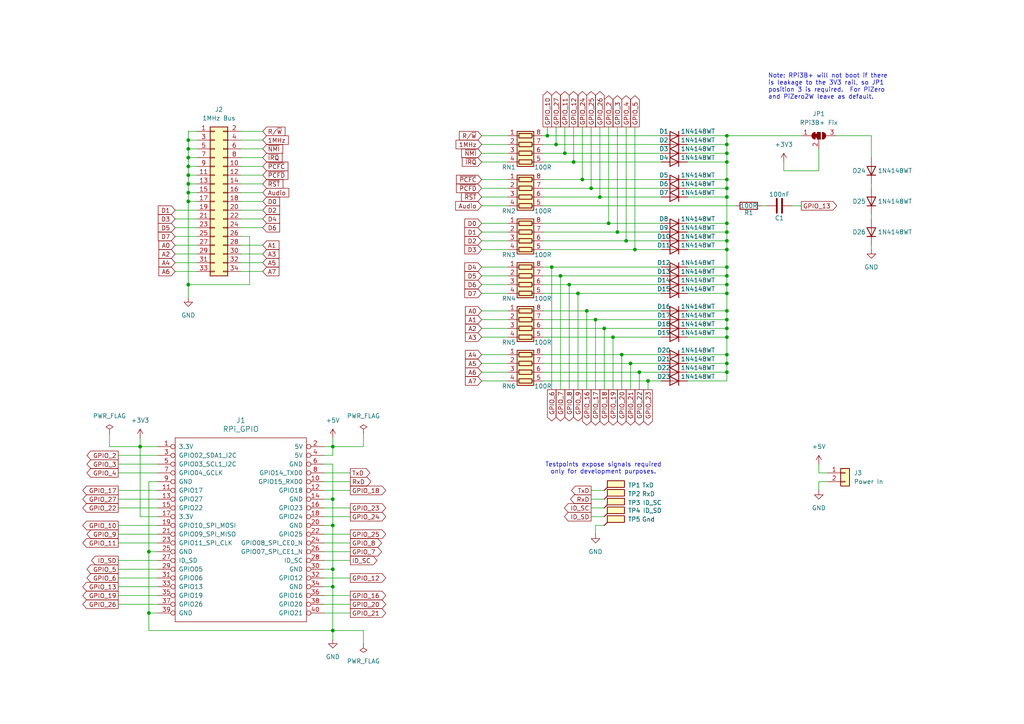
<source format=kicad_sch>
(kicad_sch (version 20231120) (generator "eeschema") (generator_version "8.0")
  (paper "A4")
  (title_block (title "Acorn BBC Micro/Master 1 MHz bus PiZero Interface") (date "2025-02-10") (rev "1_0") (company "https://www.domesday86.com") (comment 1 "(c)2025 Simon Inns & (c)2019-2025 Dominic Plunkett") (comment 2 "License: Attribution-ShareAlike 4.0 International (CC BY-SA 4.0)"))
  (junction (at 210.82 80.01))
  (junction (at 54.61 48.26))
  (junction (at 167.64 85.09))
  (junction (at 165.1 82.55))
  (junction (at 158.75 39.37))
  (junction (at 43.18 160.02))
  (junction (at 210.82 54.61))
  (junction (at 171.45 54.61))
  (junction (at 210.82 72.39))
  (junction (at 43.18 177.8))
  (junction (at 175.26 95.25))
  (junction (at 210.82 82.55))
  (junction (at 210.82 107.95))
  (junction (at 210.82 97.79))
  (junction (at 181.61 69.85))
  (junction (at 176.53 64.77))
  (junction (at 210.82 105.41))
  (junction (at 210.82 67.31))
  (junction (at 210.82 92.71))
  (junction (at 210.82 41.91))
  (junction (at 96.52 165.1))
  (junction (at 54.61 40.64))
  (junction (at 54.61 53.34))
  (junction (at 54.61 43.18))
  (junction (at 210.82 95.25))
  (junction (at 160.02 77.47))
  (junction (at 210.82 102.87))
  (junction (at 210.82 57.15))
  (junction (at 210.82 64.77))
  (junction (at 187.96 110.49))
  (junction (at 210.82 85.09))
  (junction (at 210.82 52.07))
  (junction (at 182.88 105.41))
  (junction (at 54.61 45.72))
  (junction (at 177.8 97.79))
  (junction (at 96.52 129.54))
  (junction (at 210.82 46.99))
  (junction (at 96.52 182.88))
  (junction (at 180.34 102.87))
  (junction (at 210.82 77.47))
  (junction (at 96.52 170.18))
  (junction (at 170.18 90.17))
  (junction (at 184.15 72.39))
  (junction (at 96.52 152.4))
  (junction (at 54.61 82.55))
  (junction (at 163.83 44.45))
  (junction (at 210.82 90.17))
  (junction (at 210.82 39.37))
  (junction (at 210.82 69.85))
  (junction (at 168.91 52.07))
  (junction (at 40.64 129.54))
  (junction (at 54.61 58.42))
  (junction (at 185.42 107.95))
  (junction (at 166.37 46.99))
  (junction (at 179.07 67.31))
  (junction (at 162.56 80.01))
  (junction (at 54.61 55.88))
  (junction (at 54.61 50.8))
  (junction (at 161.29 41.91))
  (junction (at 173.99 57.15))
  (junction (at 210.82 44.45))
  (junction (at 96.52 144.78))
  (junction (at 172.72 92.71))
  (wire (pts (xy 43.18 177.8) (xy 43.18 182.88)))
  (wire (pts (xy 96.52 170.18) (xy 96.52 182.88)))
  (wire (pts (xy 54.61 58.42) (xy 54.61 82.55)))
  (wire (pts (xy 139.7 77.47) (xy 147.32 77.47)))
  (wire (pts (xy 69.85 43.18) (xy 76.2 43.18)))
  (wire (pts (xy 139.7 80.01) (xy 147.32 80.01)))
  (wire (pts (xy 40.64 129.54) (xy 45.72 129.54)))
  (wire (pts (xy 175.26 95.25) (xy 175.26 113.03)))
  (wire (pts (xy 157.48 64.77) (xy 176.53 64.77)))
  (wire (pts (xy 40.64 127) (xy 40.64 129.54)))
  (wire (pts (xy 199.39 67.31) (xy 210.82 67.31)))
  (wire (pts (xy 93.98 149.86) (xy 101.6 149.86)))
  (wire (pts (xy 93.98 132.08) (xy 96.52 132.08)))
  (wire (pts (xy 69.85 71.12) (xy 76.2 71.12)))
  (wire (pts (xy 69.85 38.1) (xy 76.2 38.1)))
  (wire (pts (xy 171.45 149.86) (xy 175.26 149.86)))
  (wire (pts (xy 161.29 41.91) (xy 191.77 41.91)))
  (wire (pts (xy 54.61 55.88) (xy 54.61 58.42)))
  (wire (pts (xy 199.39 54.61) (xy 210.82 54.61)))
  (wire (pts (xy 69.85 40.64) (xy 76.2 40.64)))
  (wire (pts (xy 179.07 67.31) (xy 191.77 67.31)))
  (wire (pts (xy 105.41 129.54) (xy 96.52 129.54)))
  (wire (pts (xy 50.8 71.12) (xy 57.15 71.12)))
  (wire (pts (xy 172.72 92.71) (xy 191.77 92.71)))
  (wire (pts (xy 93.98 144.78) (xy 96.52 144.78)))
  (wire (pts (xy 181.61 36.83) (xy 181.61 69.85)))
  (wire (pts (xy 72.39 82.55) (xy 54.61 82.55)))
  (wire (pts (xy 157.48 107.95) (xy 185.42 107.95)))
  (wire (pts (xy 69.85 68.58) (xy 72.39 68.58)))
  (wire (pts (xy 93.98 152.4) (xy 96.52 152.4)))
  (wire (pts (xy 210.82 95.25) (xy 210.82 97.79)))
  (wire (pts (xy 54.61 48.26) (xy 54.61 50.8)))
  (wire (pts (xy 210.82 102.87) (xy 210.82 105.41)))
  (wire (pts (xy 34.29 147.32) (xy 45.72 147.32)))
  (wire (pts (xy 50.8 76.2) (xy 57.15 76.2)))
  (wire (pts (xy 176.53 36.83) (xy 176.53 64.77)))
  (wire (pts (xy 199.39 77.47) (xy 210.82 77.47)))
  (wire (pts (xy 96.52 129.54) (xy 96.52 127)))
  (wire (pts (xy 54.61 82.55) (xy 54.61 86.36)))
  (wire (pts (xy 252.73 62.23) (xy 252.73 63.5)))
  (wire (pts (xy 252.73 39.37) (xy 252.73 45.72)))
  (wire (pts (xy 240.03 139.7) (xy 237.49 139.7)))
  (wire (pts (xy 69.85 55.88) (xy 76.2 55.88)))
  (wire (pts (xy 176.53 64.77) (xy 191.77 64.77)))
  (wire (pts (xy 185.42 107.95) (xy 191.77 107.95)))
  (wire (pts (xy 162.56 80.01) (xy 162.56 113.03)))
  (wire (pts (xy 34.29 175.26) (xy 45.72 175.26)))
  (wire (pts (xy 167.64 85.09) (xy 167.64 113.03)))
  (wire (pts (xy 199.39 102.87) (xy 210.82 102.87)))
  (wire (pts (xy 210.82 82.55) (xy 210.82 85.09)))
  (wire (pts (xy 157.48 39.37) (xy 158.75 39.37)))
  (wire (pts (xy 210.82 85.09) (xy 210.82 90.17)))
  (wire (pts (xy 139.7 44.45) (xy 147.32 44.45)))
  (wire (pts (xy 34.29 134.62) (xy 45.72 134.62)))
  (wire (pts (xy 199.39 82.55) (xy 210.82 82.55)))
  (wire (pts (xy 93.98 162.56) (xy 101.6 162.56)))
  (wire (pts (xy 96.52 144.78) (xy 96.52 152.4)))
  (wire (pts (xy 139.7 41.91) (xy 147.32 41.91)))
  (wire (pts (xy 34.29 157.48) (xy 45.72 157.48)))
  (wire (pts (xy 50.8 68.58) (xy 57.15 68.58)))
  (wire (pts (xy 227.33 49.53) (xy 227.33 46.99)))
  (wire (pts (xy 96.52 182.88) (xy 96.52 185.42)))
  (wire (pts (xy 199.39 57.15) (xy 210.82 57.15)))
  (wire (pts (xy 54.61 43.18) (xy 57.15 43.18)))
  (wire (pts (xy 93.98 170.18) (xy 96.52 170.18)))
  (wire (pts (xy 177.8 97.79) (xy 191.77 97.79)))
  (wire (pts (xy 161.29 36.83) (xy 161.29 41.91)))
  (wire (pts (xy 210.82 90.17) (xy 210.82 92.71)))
  (wire (pts (xy 54.61 50.8) (xy 57.15 50.8)))
  (wire (pts (xy 157.48 90.17) (xy 170.18 90.17)))
  (wire (pts (xy 220.98 59.69) (xy 222.25 59.69)))
  (wire (pts (xy 96.52 132.08) (xy 96.52 129.54)))
  (wire (pts (xy 167.64 85.09) (xy 191.77 85.09)))
  (wire (pts (xy 69.85 50.8) (xy 76.2 50.8)))
  (wire (pts (xy 54.61 38.1) (xy 54.61 40.64)))
  (wire (pts (xy 50.8 78.74) (xy 57.15 78.74)))
  (wire (pts (xy 45.72 139.7) (xy 43.18 139.7)))
  (wire (pts (xy 172.72 152.4) (xy 172.72 154.94)))
  (wire (pts (xy 237.49 134.62) (xy 237.49 137.16)))
  (wire (pts (xy 210.82 46.99) (xy 210.82 52.07)))
  (wire (pts (xy 43.18 177.8) (xy 45.72 177.8)))
  (wire (pts (xy 69.85 63.5) (xy 76.2 63.5)))
  (wire (pts (xy 199.39 52.07) (xy 210.82 52.07)))
  (wire (pts (xy 210.82 54.61) (xy 210.82 57.15)))
  (wire (pts (xy 50.8 63.5) (xy 57.15 63.5)))
  (wire (pts (xy 54.61 40.64) (xy 57.15 40.64)))
  (wire (pts (xy 171.45 54.61) (xy 191.77 54.61)))
  (wire (pts (xy 69.85 78.74) (xy 76.2 78.74)))
  (wire (pts (xy 139.7 102.87) (xy 147.32 102.87)))
  (wire (pts (xy 180.34 102.87) (xy 180.34 113.03)))
  (wire (pts (xy 210.82 41.91) (xy 210.82 44.45)))
  (wire (pts (xy 210.82 80.01) (xy 210.82 82.55)))
  (wire (pts (xy 93.98 129.54) (xy 96.52 129.54)))
  (wire (pts (xy 171.45 144.78) (xy 175.26 144.78)))
  (wire (pts (xy 163.83 36.83) (xy 163.83 44.45)))
  (wire (pts (xy 199.39 41.91) (xy 210.82 41.91)))
  (wire (pts (xy 199.39 64.77) (xy 210.82 64.77)))
  (wire (pts (xy 34.29 137.16) (xy 45.72 137.16)))
  (wire (pts (xy 210.82 107.95) (xy 210.82 110.49)))
  (wire (pts (xy 31.75 125.73) (xy 31.75 129.54)))
  (wire (pts (xy 157.48 41.91) (xy 161.29 41.91)))
  (wire (pts (xy 93.98 147.32) (xy 101.6 147.32)))
  (wire (pts (xy 157.48 97.79) (xy 177.8 97.79)))
  (wire (pts (xy 210.82 92.71) (xy 210.82 95.25)))
  (wire (pts (xy 157.48 72.39) (xy 184.15 72.39)))
  (wire (pts (xy 199.39 44.45) (xy 210.82 44.45)))
  (wire (pts (xy 157.48 80.01) (xy 162.56 80.01)))
  (wire (pts (xy 69.85 53.34) (xy 76.2 53.34)))
  (wire (pts (xy 157.48 67.31) (xy 179.07 67.31)))
  (wire (pts (xy 181.61 69.85) (xy 191.77 69.85)))
  (wire (pts (xy 34.29 142.24) (xy 45.72 142.24)))
  (wire (pts (xy 34.29 154.94) (xy 45.72 154.94)))
  (wire (pts (xy 173.99 57.15) (xy 191.77 57.15)))
  (wire (pts (xy 105.41 182.88) (xy 96.52 182.88)))
  (wire (pts (xy 57.15 38.1) (xy 54.61 38.1)))
  (wire (pts (xy 184.15 36.83) (xy 184.15 72.39)))
  (wire (pts (xy 210.82 64.77) (xy 210.82 67.31)))
  (wire (pts (xy 160.02 77.47) (xy 191.77 77.47)))
  (wire (pts (xy 40.64 129.54) (xy 40.64 149.86)))
  (wire (pts (xy 54.61 58.42) (xy 57.15 58.42)))
  (wire (pts (xy 139.7 54.61) (xy 147.32 54.61)))
  (wire (pts (xy 139.7 110.49) (xy 147.32 110.49)))
  (wire (pts (xy 157.48 46.99) (xy 166.37 46.99)))
  (wire (pts (xy 173.99 36.83) (xy 173.99 57.15)))
  (wire (pts (xy 34.29 170.18) (xy 45.72 170.18)))
  (wire (pts (xy 157.48 52.07) (xy 168.91 52.07)))
  (wire (pts (xy 34.29 165.1) (xy 45.72 165.1)))
  (wire (pts (xy 242.57 39.37) (xy 252.73 39.37)))
  (wire (pts (xy 139.7 90.17) (xy 147.32 90.17)))
  (wire (pts (xy 96.52 152.4) (xy 96.52 165.1)))
  (wire (pts (xy 187.96 110.49) (xy 187.96 113.03)))
  (wire (pts (xy 170.18 90.17) (xy 170.18 113.03)))
  (wire (pts (xy 50.8 60.96) (xy 57.15 60.96)))
  (wire (pts (xy 93.98 142.24) (xy 101.6 142.24)))
  (wire (pts (xy 237.49 49.53) (xy 227.33 49.53)))
  (wire (pts (xy 157.48 105.41) (xy 182.88 105.41)))
  (wire (pts (xy 168.91 52.07) (xy 191.77 52.07)))
  (wire (pts (xy 157.48 44.45) (xy 163.83 44.45)))
  (wire (pts (xy 139.7 57.15) (xy 147.32 57.15)))
  (wire (pts (xy 43.18 139.7) (xy 43.18 160.02)))
  (wire (pts (xy 50.8 73.66) (xy 57.15 73.66)))
  (wire (pts (xy 93.98 134.62) (xy 96.52 134.62)))
  (wire (pts (xy 43.18 160.02) (xy 43.18 177.8)))
  (wire (pts (xy 171.45 147.32) (xy 175.26 147.32)))
  (wire (pts (xy 210.82 72.39) (xy 210.82 77.47)))
  (wire (pts (xy 93.98 177.8) (xy 101.6 177.8)))
  (wire (pts (xy 199.39 39.37) (xy 210.82 39.37)))
  (wire (pts (xy 158.75 39.37) (xy 191.77 39.37)))
  (wire (pts (xy 199.39 90.17) (xy 210.82 90.17)))
  (wire (pts (xy 139.7 64.77) (xy 147.32 64.77)))
  (wire (pts (xy 139.7 105.41) (xy 147.32 105.41)))
  (wire (pts (xy 252.73 71.12) (xy 252.73 72.39)))
  (wire (pts (xy 93.98 172.72) (xy 101.6 172.72)))
  (wire (pts (xy 210.82 39.37) (xy 232.41 39.37)))
  (wire (pts (xy 199.39 105.41) (xy 210.82 105.41)))
  (wire (pts (xy 229.87 59.69) (xy 232.41 59.69)))
  (wire (pts (xy 34.29 152.4) (xy 45.72 152.4)))
  (wire (pts (xy 163.83 44.45) (xy 191.77 44.45)))
  (wire (pts (xy 72.39 68.58) (xy 72.39 82.55)))
  (wire (pts (xy 139.7 46.99) (xy 147.32 46.99)))
  (wire (pts (xy 139.7 92.71) (xy 147.32 92.71)))
  (wire (pts (xy 34.29 167.64) (xy 45.72 167.64)))
  (wire (pts (xy 199.39 92.71) (xy 210.82 92.71)))
  (wire (pts (xy 157.48 110.49) (xy 187.96 110.49)))
  (wire (pts (xy 184.15 72.39) (xy 191.77 72.39)))
  (wire (pts (xy 139.7 52.07) (xy 147.32 52.07)))
  (wire (pts (xy 69.85 58.42) (xy 76.2 58.42)))
  (wire (pts (xy 252.73 53.34) (xy 252.73 54.61)))
  (wire (pts (xy 182.88 105.41) (xy 182.88 113.03)))
  (wire (pts (xy 54.61 53.34) (xy 54.61 55.88)))
  (wire (pts (xy 54.61 53.34) (xy 57.15 53.34)))
  (wire (pts (xy 165.1 82.55) (xy 165.1 113.03)))
  (wire (pts (xy 139.7 95.25) (xy 147.32 95.25)))
  (wire (pts (xy 171.45 142.24) (xy 175.26 142.24)))
  (wire (pts (xy 96.52 165.1) (xy 96.52 170.18)))
  (wire (pts (xy 34.29 172.72) (xy 45.72 172.72)))
  (wire (pts (xy 210.82 97.79) (xy 210.82 102.87)))
  (wire (pts (xy 157.48 59.69) (xy 213.36 59.69)))
  (wire (pts (xy 93.98 167.64) (xy 101.6 167.64)))
  (wire (pts (xy 179.07 36.83) (xy 179.07 67.31)))
  (wire (pts (xy 96.52 134.62) (xy 96.52 144.78)))
  (wire (pts (xy 93.98 175.26) (xy 101.6 175.26)))
  (wire (pts (xy 31.75 129.54) (xy 40.64 129.54)))
  (wire (pts (xy 93.98 165.1) (xy 96.52 165.1)))
  (wire (pts (xy 175.26 152.4) (xy 172.72 152.4)))
  (wire (pts (xy 45.72 149.86) (xy 40.64 149.86)))
  (wire (pts (xy 199.39 80.01) (xy 210.82 80.01)))
  (wire (pts (xy 139.7 59.69) (xy 147.32 59.69)))
  (wire (pts (xy 199.39 69.85) (xy 210.82 69.85)))
  (wire (pts (xy 157.48 92.71) (xy 172.72 92.71)))
  (wire (pts (xy 182.88 105.41) (xy 191.77 105.41)))
  (wire (pts (xy 185.42 107.95) (xy 185.42 113.03)))
  (wire (pts (xy 199.39 85.09) (xy 210.82 85.09)))
  (wire (pts (xy 199.39 107.95) (xy 210.82 107.95)))
  (wire (pts (xy 199.39 110.49) (xy 210.82 110.49)))
  (wire (pts (xy 210.82 69.85) (xy 210.82 72.39)))
  (wire (pts (xy 199.39 46.99) (xy 210.82 46.99)))
  (wire (pts (xy 69.85 60.96) (xy 76.2 60.96)))
  (wire (pts (xy 54.61 50.8) (xy 54.61 53.34)))
  (wire (pts (xy 139.7 85.09) (xy 147.32 85.09)))
  (wire (pts (xy 139.7 67.31) (xy 147.32 67.31)))
  (wire (pts (xy 166.37 36.83) (xy 166.37 46.99)))
  (wire (pts (xy 139.7 82.55) (xy 147.32 82.55)))
  (wire (pts (xy 175.26 95.25) (xy 191.77 95.25)))
  (wire (pts (xy 162.56 80.01) (xy 191.77 80.01)))
  (wire (pts (xy 171.45 36.83) (xy 171.45 54.61)))
  (wire (pts (xy 139.7 107.95) (xy 147.32 107.95)))
  (wire (pts (xy 43.18 160.02) (xy 45.72 160.02)))
  (wire (pts (xy 69.85 45.72) (xy 76.2 45.72)))
  (wire (pts (xy 69.85 73.66) (xy 76.2 73.66)))
  (wire (pts (xy 157.48 54.61) (xy 171.45 54.61)))
  (wire (pts (xy 93.98 137.16) (xy 101.6 137.16)))
  (wire (pts (xy 237.49 137.16) (xy 240.03 137.16)))
  (wire (pts (xy 139.7 72.39) (xy 147.32 72.39)))
  (wire (pts (xy 157.48 77.47) (xy 160.02 77.47)))
  (wire (pts (xy 187.96 110.49) (xy 191.77 110.49)))
  (wire (pts (xy 172.72 92.71) (xy 172.72 113.03)))
  (wire (pts (xy 157.48 57.15) (xy 173.99 57.15)))
  (wire (pts (xy 237.49 139.7) (xy 237.49 142.24)))
  (wire (pts (xy 157.48 69.85) (xy 181.61 69.85)))
  (wire (pts (xy 158.75 36.83) (xy 158.75 39.37)))
  (wire (pts (xy 93.98 160.02) (xy 101.6 160.02)))
  (wire (pts (xy 166.37 46.99) (xy 191.77 46.99)))
  (wire (pts (xy 210.82 44.45) (xy 210.82 46.99)))
  (wire (pts (xy 177.8 97.79) (xy 177.8 113.03)))
  (wire (pts (xy 210.82 77.47) (xy 210.82 80.01)))
  (wire (pts (xy 50.8 66.04) (xy 57.15 66.04)))
  (wire (pts (xy 43.18 182.88) (xy 96.52 182.88)))
  (wire (pts (xy 54.61 55.88) (xy 57.15 55.88)))
  (wire (pts (xy 157.48 82.55) (xy 165.1 82.55)))
  (wire (pts (xy 199.39 97.79) (xy 210.82 97.79)))
  (wire (pts (xy 168.91 36.83) (xy 168.91 52.07)))
  (wire (pts (xy 237.49 43.18) (xy 237.49 49.53)))
  (wire (pts (xy 93.98 157.48) (xy 101.6 157.48)))
  (wire (pts (xy 210.82 105.41) (xy 210.82 107.95)))
  (wire (pts (xy 199.39 72.39) (xy 210.82 72.39)))
  (wire (pts (xy 210.82 52.07) (xy 210.82 54.61)))
  (wire (pts (xy 93.98 139.7) (xy 101.6 139.7)))
  (wire (pts (xy 105.41 186.69) (xy 105.41 182.88)))
  (wire (pts (xy 54.61 40.64) (xy 54.61 43.18)))
  (wire (pts (xy 54.61 48.26) (xy 57.15 48.26)))
  (wire (pts (xy 210.82 39.37) (xy 210.82 41.91)))
  (wire (pts (xy 93.98 154.94) (xy 101.6 154.94)))
  (wire (pts (xy 54.61 43.18) (xy 54.61 45.72)))
  (wire (pts (xy 180.34 102.87) (xy 191.77 102.87)))
  (wire (pts (xy 139.7 69.85) (xy 147.32 69.85)))
  (wire (pts (xy 69.85 76.2) (xy 76.2 76.2)))
  (wire (pts (xy 210.82 67.31) (xy 210.82 69.85)))
  (wire (pts (xy 139.7 97.79) (xy 147.32 97.79)))
  (wire (pts (xy 157.48 85.09) (xy 167.64 85.09)))
  (wire (pts (xy 34.29 144.78) (xy 45.72 144.78)))
  (wire (pts (xy 165.1 82.55) (xy 191.77 82.55)))
  (wire (pts (xy 210.82 57.15) (xy 210.82 64.77)))
  (wire (pts (xy 160.02 77.47) (xy 160.02 113.03)))
  (wire (pts (xy 139.7 39.37) (xy 147.32 39.37)))
  (wire (pts (xy 69.85 66.04) (xy 76.2 66.04)))
  (wire (pts (xy 54.61 45.72) (xy 54.61 48.26)))
  (wire (pts (xy 157.48 102.87) (xy 180.34 102.87)))
  (wire (pts (xy 34.29 162.56) (xy 45.72 162.56)))
  (wire (pts (xy 170.18 90.17) (xy 191.77 90.17)))
  (wire (pts (xy 157.48 95.25) (xy 175.26 95.25)))
  (wire (pts (xy 69.85 48.26) (xy 76.2 48.26)))
  (wire (pts (xy 199.39 95.25) (xy 210.82 95.25)))
  (wire (pts (xy 54.61 45.72) (xy 57.15 45.72)))
  (wire (pts (xy 105.41 125.73) (xy 105.41 129.54)))
  (wire (pts (xy 34.29 132.08) (xy 45.72 132.08)))
  (text "Note: RPi3B+ will not boot if there\nis leakage to the 3V3 rail, so JP1\nposition 3 is required.  For PiZero\nand PiZero2W leave as default." (at 222.758 25.146 0) (effects (font (size 1.27 1.27)) (justify left)))
  (text "Testpoints expose signals required\nonly for development purposes." (at 175.006 135.89 0) (effects (font (size 1.27 1.27))))
  (global_label "GPIO_27" (shape output) (at 34.29 144.78 180) (property "Intersheetrefs" "${INTERSHEET_REFS}" (effects (hide yes))))
  (global_label "A6" (shape input) (at 50.8 78.74 180) (property "Intersheetrefs" "${INTERSHEET_REFS}" (effects (hide yes))))
  (global_label "GPIO_18" (shape output) (at 101.6 142.24 0) (property "Intersheetrefs" "${INTERSHEET_REFS}" (effects (hide yes))))
  (global_label "A7" (shape input) (at 139.7 110.49 180) (property "Intersheetrefs" "${INTERSHEET_REFS}" (effects (hide yes))))
  (global_label "~{PCFD}" (shape input) (at 139.7 54.61 180) (property "Intersheetrefs" "${INTERSHEET_REFS}" (effects (hide yes))))
  (global_label "GPIO_3" (shape output) (at 34.29 134.62 180) (property "Intersheetrefs" "${INTERSHEET_REFS}" (effects (hide yes))))
  (global_label "D3" (shape input) (at 139.7 72.39 180) (property "Intersheetrefs" "${INTERSHEET_REFS}" (effects (hide yes))))
  (global_label "ID_SD" (shape output) (at 34.29 162.56 180) (property "Intersheetrefs" "${INTERSHEET_REFS}" (effects (hide yes))))
  (global_label "GPIO_25" (shape output) (at 171.45 36.83 90) (property "Intersheetrefs" "${INTERSHEET_REFS}" (effects (hide yes))))
  (global_label "GPIO_26" (shape output) (at 34.29 175.26 180) (property "Intersheetrefs" "${INTERSHEET_REFS}" (effects (hide yes))))
  (global_label "~{NMI}" (shape input) (at 76.2 43.18 0) (property "Intersheetrefs" "${INTERSHEET_REFS}" (effects (hide yes))))
  (global_label "A7" (shape input) (at 76.2 78.74 0) (property "Intersheetrefs" "${INTERSHEET_REFS}" (effects (hide yes))))
  (global_label "D7" (shape input) (at 139.7 85.09 180) (property "Intersheetrefs" "${INTERSHEET_REFS}" (effects (hide yes))))
  (global_label "GPIO_20" (shape output) (at 101.6 175.26 0) (property "Intersheetrefs" "${INTERSHEET_REFS}" (effects (hide yes))))
  (global_label "D1" (shape input) (at 50.8 60.96 180) (property "Intersheetrefs" "${INTERSHEET_REFS}" (effects (hide yes))))
  (global_label "~{IRQ}" (shape input) (at 76.2 45.72 0) (property "Intersheetrefs" "${INTERSHEET_REFS}" (effects (hide yes))))
  (global_label "GPIO_4" (shape output) (at 181.61 36.83 90) (property "Intersheetrefs" "${INTERSHEET_REFS}" (effects (hide yes))))
  (global_label "GPIO_22" (shape output) (at 34.29 147.32 180) (property "Intersheetrefs" "${INTERSHEET_REFS}" (effects (hide yes))))
  (global_label "GPIO_25" (shape output) (at 101.6 154.94 0) (property "Intersheetrefs" "${INTERSHEET_REFS}" (effects (hide yes))))
  (global_label "~{IRQ}" (shape input) (at 139.7 46.99 180) (property "Intersheetrefs" "${INTERSHEET_REFS}" (effects (hide yes))))
  (global_label "GPIO_8" (shape output) (at 101.6 157.48 0) (property "Intersheetrefs" "${INTERSHEET_REFS}" (effects (hide yes))))
  (global_label "Audio" (shape input) (at 139.7 59.69 180) (property "Intersheetrefs" "${INTERSHEET_REFS}" (effects (hide yes))))
  (global_label "1MHz" (shape input) (at 139.7 41.91 180) (property "Intersheetrefs" "${INTERSHEET_REFS}" (effects (hide yes))))
  (global_label "~{PCFD}" (shape input) (at 76.2 50.8 0) (property "Intersheetrefs" "${INTERSHEET_REFS}" (effects (hide yes))))
  (global_label "GPIO_10" (shape output) (at 34.29 152.4 180) (property "Intersheetrefs" "${INTERSHEET_REFS}" (effects (hide yes))))
  (global_label "~{RST}" (shape input) (at 76.2 53.34 0) (property "Intersheetrefs" "${INTERSHEET_REFS}" (effects (hide yes))))
  (global_label "Audio" (shape input) (at 76.2 55.88 0) (property "Intersheetrefs" "${INTERSHEET_REFS}" (effects (hide yes))))
  (global_label "D3" (shape input) (at 50.8 63.5 180) (property "Intersheetrefs" "${INTERSHEET_REFS}" (effects (hide yes))))
  (global_label "A0" (shape input) (at 50.8 71.12 180) (property "Intersheetrefs" "${INTERSHEET_REFS}" (effects (hide yes))))
  (global_label "D4" (shape input) (at 139.7 77.47 180) (property "Intersheetrefs" "${INTERSHEET_REFS}" (effects (hide yes))))
  (global_label "GPIO_17" (shape output) (at 172.72 113.03 270) (property "Intersheetrefs" "${INTERSHEET_REFS}" (effects (hide yes))))
  (global_label "D6" (shape input) (at 139.7 82.55 180) (property "Intersheetrefs" "${INTERSHEET_REFS}" (effects (hide yes))))
  (global_label "A5" (shape input) (at 139.7 105.41 180) (property "Intersheetrefs" "${INTERSHEET_REFS}" (effects (hide yes))))
  (global_label "D0" (shape input) (at 139.7 64.77 180) (property "Intersheetrefs" "${INTERSHEET_REFS}" (effects (hide yes))))
  (global_label "D2" (shape input) (at 139.7 69.85 180) (property "Intersheetrefs" "${INTERSHEET_REFS}" (effects (hide yes))))
  (global_label "~{PCFC}" (shape input) (at 139.7 52.07 180) (property "Intersheetrefs" "${INTERSHEET_REFS}" (effects (hide yes))))
  (global_label "D2" (shape input) (at 76.2 60.96 0) (property "Intersheetrefs" "${INTERSHEET_REFS}" (effects (hide yes))))
  (global_label "GPIO_2" (shape output) (at 34.29 132.08 180) (property "Intersheetrefs" "${INTERSHEET_REFS}" (effects (hide yes))))
  (global_label "GPIO_24" (shape output) (at 101.6 149.86 0) (property "Intersheetrefs" "${INTERSHEET_REFS}" (effects (hide yes))))
  (global_label "RxD" (shape output) (at 101.6 139.7 0) (property "Intersheetrefs" "${INTERSHEET_REFS}" (effects (hide yes))))
  (global_label "D0" (shape input) (at 76.2 58.42 0) (property "Intersheetrefs" "${INTERSHEET_REFS}" (effects (hide yes))))
  (global_label "A1" (shape input) (at 76.2 71.12 0) (property "Intersheetrefs" "${INTERSHEET_REFS}" (effects (hide yes))))
  (global_label "D7" (shape input) (at 50.8 68.58 180) (property "Intersheetrefs" "${INTERSHEET_REFS}" (effects (hide yes))))
  (global_label "R{slash}~{W}" (shape input) (at 139.7 39.37 180) (property "Intersheetrefs" "${INTERSHEET_REFS}" (effects (hide yes))))
  (global_label "A1" (shape input) (at 139.7 92.71 180) (property "Intersheetrefs" "${INTERSHEET_REFS}" (effects (hide yes))))
  (global_label "GPIO_11" (shape output) (at 34.29 157.48 180) (property "Intersheetrefs" "${INTERSHEET_REFS}" (effects (hide yes))))
  (global_label "GPIO_16" (shape output) (at 170.18 113.03 270) (property "Intersheetrefs" "${INTERSHEET_REFS}" (effects (hide yes))))
  (global_label "GPIO_6" (shape output) (at 160.02 113.03 270) (property "Intersheetrefs" "${INTERSHEET_REFS}" (effects (hide yes))))
  (global_label "ID_SD" (shape output) (at 171.45 149.86 180) (property "Intersheetrefs" "${INTERSHEET_REFS}" (effects (hide yes))))
  (global_label "R{slash}~{W}" (shape input) (at 76.2 38.1 0) (property "Intersheetrefs" "${INTERSHEET_REFS}" (effects (hide yes))))
  (global_label "GPIO_19" (shape output) (at 34.29 172.72 180) (property "Intersheetrefs" "${INTERSHEET_REFS}" (effects (hide yes))))
  (global_label "A6" (shape input) (at 139.7 107.95 180) (property "Intersheetrefs" "${INTERSHEET_REFS}" (effects (hide yes))))
  (global_label "GPIO_4" (shape output) (at 34.29 137.16 180) (property "Intersheetrefs" "${INTERSHEET_REFS}" (effects (hide yes))))
  (global_label "D5" (shape input) (at 139.7 80.01 180) (property "Intersheetrefs" "${INTERSHEET_REFS}" (effects (hide yes))))
  (global_label "A0" (shape input) (at 139.7 90.17 180) (property "Intersheetrefs" "${INTERSHEET_REFS}" (effects (hide yes))))
  (global_label "GPIO_22" (shape output) (at 185.42 113.03 270) (property "Intersheetrefs" "${INTERSHEET_REFS}" (effects (hide yes))))
  (global_label "GPIO_26" (shape output) (at 173.99 36.83 90) (property "Intersheetrefs" "${INTERSHEET_REFS}" (effects (hide yes))))
  (global_label "A3" (shape input) (at 139.7 97.79 180) (property "Intersheetrefs" "${INTERSHEET_REFS}" (effects (hide yes))))
  (global_label "GPIO_27" (shape output) (at 161.29 36.83 90) (property "Intersheetrefs" "${INTERSHEET_REFS}" (effects (hide yes))))
  (global_label "GPIO_16" (shape output) (at 101.6 172.72 0) (property "Intersheetrefs" "${INTERSHEET_REFS}" (effects (hide yes))))
  (global_label "GPIO_9" (shape output) (at 167.64 113.03 270) (property "Intersheetrefs" "${INTERSHEET_REFS}" (effects (hide yes))))
  (global_label "GPIO_5" (shape output) (at 184.15 36.83 90) (property "Intersheetrefs" "${INTERSHEET_REFS}" (effects (hide yes))))
  (global_label "GPIO_19" (shape output) (at 177.8 113.03 270) (property "Intersheetrefs" "${INTERSHEET_REFS}" (effects (hide yes))))
  (global_label "GPIO_6" (shape output) (at 34.29 167.64 180) (property "Intersheetrefs" "${INTERSHEET_REFS}" (effects (hide yes))))
  (global_label "A4" (shape input) (at 139.7 102.87 180) (property "Intersheetrefs" "${INTERSHEET_REFS}" (effects (hide yes))))
  (global_label "GPIO_2" (shape output) (at 176.53 36.83 90) (property "Intersheetrefs" "${INTERSHEET_REFS}" (effects (hide yes))))
  (global_label "A5" (shape input) (at 76.2 76.2 0) (property "Intersheetrefs" "${INTERSHEET_REFS}" (effects (hide yes))))
  (global_label "~{RST}" (shape input) (at 139.7 57.15 180) (property "Intersheetrefs" "${INTERSHEET_REFS}" (effects (hide yes))))
  (global_label "GPIO_12" (shape output) (at 166.37 36.83 90) (property "Intersheetrefs" "${INTERSHEET_REFS}" (effects (hide yes))))
  (global_label "~{NMI}" (shape input) (at 139.7 44.45 180) (property "Intersheetrefs" "${INTERSHEET_REFS}" (effects (hide yes))))
  (global_label "A3" (shape input) (at 76.2 73.66 0) (property "Intersheetrefs" "${INTERSHEET_REFS}" (effects (hide yes))))
  (global_label "GPIO_7" (shape output) (at 162.56 113.03 270) (property "Intersheetrefs" "${INTERSHEET_REFS}" (effects (hide yes))))
  (global_label "A2" (shape input) (at 50.8 73.66 180) (property "Intersheetrefs" "${INTERSHEET_REFS}" (effects (hide yes))))
  (global_label "GPIO_23" (shape output) (at 187.96 113.03 270) (property "Intersheetrefs" "${INTERSHEET_REFS}" (effects (hide yes))))
  (global_label "RxD" (shape output) (at 171.45 144.78 180) (property "Intersheetrefs" "${INTERSHEET_REFS}" (effects (hide yes))))
  (global_label "ID_SC" (shape output) (at 101.6 162.56 0) (property "Intersheetrefs" "${INTERSHEET_REFS}" (effects (hide yes))))
  (global_label "GPIO_12" (shape output) (at 101.6 167.64 0) (property "Intersheetrefs" "${INTERSHEET_REFS}" (effects (hide yes))))
  (global_label "D5" (shape input) (at 50.8 66.04 180) (property "Intersheetrefs" "${INTERSHEET_REFS}" (effects (hide yes))))
  (global_label "A2" (shape input) (at 139.7 95.25 180) (property "Intersheetrefs" "${INTERSHEET_REFS}" (effects (hide yes))))
  (global_label "GPIO_8" (shape output) (at 165.1 113.03 270) (property "Intersheetrefs" "${INTERSHEET_REFS}" (effects (hide yes))))
  (global_label "GPIO_24" (shape output) (at 168.91 36.83 90) (property "Intersheetrefs" "${INTERSHEET_REFS}" (effects (hide yes))))
  (global_label "GPIO_20" (shape output) (at 180.34 113.03 270) (property "Intersheetrefs" "${INTERSHEET_REFS}" (effects (hide yes))))
  (global_label "GPIO_7" (shape output) (at 101.6 160.02 0) (property "Intersheetrefs" "${INTERSHEET_REFS}" (effects (hide yes))))
  (global_label "GPIO_21" (shape output) (at 101.6 177.8 0) (property "Intersheetrefs" "${INTERSHEET_REFS}" (effects (hide yes))))
  (global_label "GPIO_23" (shape output) (at 101.6 147.32 0) (property "Intersheetrefs" "${INTERSHEET_REFS}" (effects (hide yes))))
  (global_label "ID_SC" (shape output) (at 171.45 147.32 180) (property "Intersheetrefs" "${INTERSHEET_REFS}" (effects (hide yes))))
  (global_label "D4" (shape input) (at 76.2 63.5 0) (property "Intersheetrefs" "${INTERSHEET_REFS}" (effects (hide yes))))
  (global_label "GPIO_18" (shape output) (at 175.26 113.03 270) (property "Intersheetrefs" "${INTERSHEET_REFS}" (effects (hide yes))))
  (global_label "~{PCFC}" (shape input) (at 76.2 48.26 0) (property "Intersheetrefs" "${INTERSHEET_REFS}" (effects (hide yes))))
  (global_label "TxD" (shape output) (at 101.6 137.16 0) (property "Intersheetrefs" "${INTERSHEET_REFS}" (effects (hide yes))))
  (global_label "A4" (shape input) (at 50.8 76.2 180) (property "Intersheetrefs" "${INTERSHEET_REFS}" (effects (hide yes))))
  (global_label "GPIO_13" (shape output) (at 232.41 59.69 0) (property "Intersheetrefs" "${INTERSHEET_REFS}" (effects (hide yes))))
  (global_label "GPIO_5" (shape output) (at 34.29 165.1 180) (property "Intersheetrefs" "${INTERSHEET_REFS}" (effects (hide yes))))
  (global_label "GPIO_17" (shape output) (at 34.29 142.24 180) (property "Intersheetrefs" "${INTERSHEET_REFS}" (effects (hide yes))))
  (global_label "D6" (shape input) (at 76.2 66.04 0) (property "Intersheetrefs" "${INTERSHEET_REFS}" (effects (hide yes))))
  (global_label "GPIO_10" (shape output) (at 158.75 36.83 90) (property "Intersheetrefs" "${INTERSHEET_REFS}" (effects (hide yes))))
  (global_label "D1" (shape input) (at 139.7 67.31 180) (property "Intersheetrefs" "${INTERSHEET_REFS}" (effects (hide yes))))
  (global_label "1MHz" (shape input) (at 76.2 40.64 0) (property "Intersheetrefs" "${INTERSHEET_REFS}" (effects (hide yes))))
  (global_label "TxD" (shape output) (at 171.45 142.24 180) (property "Intersheetrefs" "${INTERSHEET_REFS}" (effects (hide yes))))
  (global_label "GPIO_9" (shape output) (at 34.29 154.94 180) (property "Intersheetrefs" "${INTERSHEET_REFS}" (effects (hide yes))))
  (global_label "GPIO_11" (shape output) (at 163.83 36.83 90) (property "Intersheetrefs" "${INTERSHEET_REFS}" (effects (hide yes))))
  (global_label "GPIO_21" (shape output) (at 182.88 113.03 270) (property "Intersheetrefs" "${INTERSHEET_REFS}" (effects (hide yes))))
  (global_label "GPIO_13" (shape output) (at 34.29 170.18 180) (property "Intersheetrefs" "${INTERSHEET_REFS}" (effects (hide yes))))
  (global_label "GPIO_3" (shape output) (at 179.07 36.83 90) (property "Intersheetrefs" "${INTERSHEET_REFS}" (effects (hide yes))))
  (symbol (lib_id "Diode:1N4148WT") (at 195.58 82.55 180) (unit 1)
    (property "Reference" "D14" (at 192.532 81.28 0))
    (property "Value" "1N4148WT" (at 202.438 81.28 0))
    (property "Footprint" "Diode_SMD:D_SOD-523" (effects (hide yes)))
    (property "Datasheet" "https://www.diodes.com/assets/Datasheets/ds30396.pdf" (effects (hide yes)))
    (property "Description" "75V 0.15A Fast switching Diode, SOD-523" (effects (hide yes)))
    (property "Sim.Device" "D" (effects (hide yes)))
    (property "Sim.Pins" "1=K 2=A" (effects (hide yes)))
  )
  (symbol (lib_id "Device:R_Pack04") (at 152.4 82.55 270) (unit 1)
    (property "Reference" "RN4" (at 147.574 86.614 90))
    (property "Value" "100R" (at 157.48 86.614 90))
    (property "Footprint" "Resistor_SMD:R_Array_Convex_4x0603" (effects (hide yes)))
    (property "Description" "4 resistor network, parallel topology" (effects (hide yes)))
  )
  (symbol (lib_id "Connector:TestPoint_Flag") (at 175.26 142.24 0) (unit 1) (in_bom no)
    (property "Reference" "TP1" (at 182.118 140.716 0) (effects (justify left)))
    (property "Value" "TxD" (at 186.182 140.716 0) (effects (justify left)))
    (property "Footprint" "TestPoint:TestPoint_Pad_1.5x1.5mm" (effects (hide yes)))
    (property "Description" "test point (alternative flag-style design)" (effects (hide yes)))
  )
  (symbol (lib_id "Diode:1N4148WT") (at 195.58 105.41 180) (unit 1)
    (property "Reference" "D21" (at 192.532 104.14 0))
    (property "Value" "1N4148WT" (at 202.438 104.14 0))
    (property "Footprint" "Diode_SMD:D_SOD-523" (effects (hide yes)))
    (property "Datasheet" "https://www.diodes.com/assets/Datasheets/ds30396.pdf" (effects (hide yes)))
    (property "Description" "75V 0.15A Fast switching Diode, SOD-523" (effects (hide yes)))
    (property "Sim.Device" "D" (effects (hide yes)))
    (property "Sim.Pins" "1=K 2=A" (effects (hide yes)))
  )
  (symbol (lib_id "Diode:1N4148WT") (at 195.58 92.71 180) (unit 1)
    (property "Reference" "D17" (at 192.532 91.44 0))
    (property "Value" "1N4148WT" (at 202.438 91.44 0))
    (property "Footprint" "Diode_SMD:D_SOD-523" (effects (hide yes)))
    (property "Datasheet" "https://www.diodes.com/assets/Datasheets/ds30396.pdf" (effects (hide yes)))
    (property "Description" "75V 0.15A Fast switching Diode, SOD-523" (effects (hide yes)))
    (property "Sim.Device" "D" (effects (hide yes)))
    (property "Sim.Pins" "1=K 2=A" (effects (hide yes)))
  )
  (symbol (lib_id "Diode:1N4148WT") (at 195.58 72.39 180) (unit 1)
    (property "Reference" "D11" (at 192.532 71.12 0))
    (property "Value" "1N4148WT" (at 202.438 71.12 0))
    (property "Footprint" "Diode_SMD:D_SOD-523" (effects (hide yes)))
    (property "Datasheet" "https://www.diodes.com/assets/Datasheets/ds30396.pdf" (effects (hide yes)))
    (property "Description" "75V 0.15A Fast switching Diode, SOD-523" (effects (hide yes)))
    (property "Sim.Device" "D" (effects (hide yes)))
    (property "Sim.Pins" "1=K 2=A" (effects (hide yes)))
  )
  (symbol (lib_id "power:PWR_FLAG") (at 31.75 125.73 0) (unit 1)
    (property "Reference" "#FLG01" (effects (hide yes)))
    (property "Value" "PWR_FLAG" (at 31.75 120.65 0))
    (property "Description" "Special symbol for telling ERC where power comes from" (effects (hide yes)))
  )
  (symbol (lib_id "Diode:1N4148WT") (at 195.58 44.45 180) (unit 1)
    (property "Reference" "D3" (at 192.532 43.18 0))
    (property "Value" "1N4148WT" (at 202.438 43.18 0))
    (property "Footprint" "Diode_SMD:D_SOD-523" (effects (hide yes)))
    (property "Datasheet" "https://www.diodes.com/assets/Datasheets/ds30396.pdf" (effects (hide yes)))
    (property "Description" "75V 0.15A Fast switching Diode, SOD-523" (effects (hide yes)))
    (property "Sim.Device" "D" (effects (hide yes)))
    (property "Sim.Pins" "1=K 2=A" (effects (hide yes)))
  )
  (symbol (lib_id "Device:R_Pack04") (at 152.4 57.15 270) (unit 1)
    (property "Reference" "RN2" (at 147.574 61.214 90))
    (property "Value" "100R" (at 157.48 61.214 90))
    (property "Footprint" "Resistor_SMD:R_Array_Convex_4x0603" (effects (hide yes)))
    (property "Description" "4 resistor network, parallel topology" (effects (hide yes)))
  )
  (symbol (lib_id "Device:C") (at 226.06 59.69 90) (unit 1)
    (property "Reference" "C1" (at 226.06 63.246 90))
    (property "Value" "100nF" (at 226.06 56.388 90))
    (property "Footprint" "Capacitor_SMD:C_0805_2012Metric" (effects (hide yes)))
    (property "Description" "Unpolarized capacitor" (effects (hide yes)))
  )
  (symbol (lib_id "Diode:1N4148WT") (at 195.58 102.87 180) (unit 1)
    (property "Reference" "D20" (at 192.532 101.6 0))
    (property "Value" "1N4148WT" (at 202.438 101.6 0))
    (property "Footprint" "Diode_SMD:D_SOD-523" (effects (hide yes)))
    (property "Datasheet" "https://www.diodes.com/assets/Datasheets/ds30396.pdf" (effects (hide yes)))
    (property "Description" "75V 0.15A Fast switching Diode, SOD-523" (effects (hide yes)))
    (property "Sim.Device" "D" (effects (hide yes)))
    (property "Sim.Pins" "1=K 2=A" (effects (hide yes)))
  )
  (symbol (lib_id "Diode:1N4148WT") (at 195.58 85.09 180) (unit 1)
    (property "Reference" "D15" (at 192.532 83.82 0))
    (property "Value" "1N4148WT" (at 202.438 83.82 0))
    (property "Footprint" "Diode_SMD:D_SOD-523" (effects (hide yes)))
    (property "Datasheet" "https://www.diodes.com/assets/Datasheets/ds30396.pdf" (effects (hide yes)))
    (property "Description" "75V 0.15A Fast switching Diode, SOD-523" (effects (hide yes)))
    (property "Sim.Device" "D" (effects (hide yes)))
    (property "Sim.Pins" "1=K 2=A" (effects (hide yes)))
  )
  (symbol (lib_id "Diode:1N4148WT") (at 195.58 54.61 180) (unit 1)
    (property "Reference" "D6" (at 192.532 53.34 0))
    (property "Value" "1N4148WT" (at 202.438 53.34 0))
    (property "Footprint" "Diode_SMD:D_SOD-523" (effects (hide yes)))
    (property "Datasheet" "https://www.diodes.com/assets/Datasheets/ds30396.pdf" (effects (hide yes)))
    (property "Description" "75V 0.15A Fast switching Diode, SOD-523" (effects (hide yes)))
    (property "Sim.Device" "D" (effects (hide yes)))
    (property "Sim.Pins" "1=K 2=A" (effects (hide yes)))
  )
  (symbol (lib_id "Diode:1N4148WT") (at 195.58 39.37 180) (unit 1)
    (property "Reference" "D1" (at 192.532 38.1 0))
    (property "Value" "1N4148WT" (at 202.438 38.1 0))
    (property "Footprint" "Diode_SMD:D_SOD-523" (effects (hide yes)))
    (property "Datasheet" "https://www.diodes.com/assets/Datasheets/ds30396.pdf" (effects (hide yes)))
    (property "Description" "75V 0.15A Fast switching Diode, SOD-523" (effects (hide yes)))
    (property "Sim.Device" "D" (effects (hide yes)))
    (property "Sim.Pins" "1=K 2=A" (effects (hide yes)))
  )
  (symbol (lib_id "power:+5V") (at 96.52 127 0) (unit 1)
    (property "Reference" "#PWR03" (effects (hide yes)))
    (property "Value" "+5V" (at 96.52 121.92 0))
    (property "Description" "Power symbol creates a global label with name \"+5V\"" (effects (hide yes)))
  )
  (symbol (lib_id "power:+5V") (at 237.49 134.62 0) (unit 1)
    (property "Reference" "#PWR07" (effects (hide yes)))
    (property "Value" "+5V" (at 237.49 129.54 0))
    (property "Description" "Power symbol creates a global label with name \"+5V\"" (effects (hide yes)))
  )
  (symbol (lib_id "Connector:TestPoint_Flag") (at 175.26 149.86 0) (unit 1) (in_bom no)
    (property "Reference" "TP4" (at 182.118 148.082 0) (effects (justify left)))
    (property "Value" "ID_SD" (at 186.436 148.082 0) (effects (justify left)))
    (property "Footprint" "TestPoint:TestPoint_Pad_1.5x1.5mm" (effects (hide yes)))
    (property "Description" "test point (alternative flag-style design)" (effects (hide yes)))
  )
  (symbol (lib_id "power:GND") (at 96.52 185.42 0) (unit 1)
    (property "Reference" "#PWR04" (effects (hide yes)))
    (property "Value" "GND" (at 96.52 190.5 0))
    (property "Description" "Power symbol creates a global label with name \"GND\" , ground" (effects (hide yes)))
  )
  (symbol (lib_id "Connector-ML:RPi_GPIO") (at 50.8 129.54 0) (unit 1)
    (property "Reference" "J1" (at 69.85 121.92 0) (effects (font (size 1.524 1.524))))
    (property "Value" "RPi_GPIO" (at 69.85 124.46 0) (effects (font (size 1.524 1.524))))
    (property "Footprint" "Connector_PinSocket_2.54mm:PinSocket_2x20_P2.54mm_Vertical" (effects (hide yes)))
    (property "Description" "Raspberry Pi Hat GPIO" (effects (hide yes)))
  )
  (symbol (lib_id "Connector:TestPoint_Flag") (at 175.26 147.32 0) (unit 1) (in_bom no)
    (property "Reference" "TP3" (at 182.118 145.796 0) (effects (justify left)))
    (property "Value" "ID_SC" (at 186.436 145.796 0) (effects (justify left)))
    (property "Footprint" "TestPoint:TestPoint_Pad_1.5x1.5mm" (effects (hide yes)))
    (property "Description" "test point (alternative flag-style design)" (effects (hide yes)))
  )
  (symbol (lib_id "Device:R_Pack04") (at 152.4 69.85 270) (unit 1)
    (property "Reference" "RN3" (at 147.574 73.914 90))
    (property "Value" "100R" (at 157.48 73.914 90))
    (property "Footprint" "Resistor_SMD:R_Array_Convex_4x0603" (effects (hide yes)))
    (property "Description" "4 resistor network, parallel topology" (effects (hide yes)))
  )
  (symbol (lib_id "Diode:1N4148WT") (at 195.58 52.07 180) (unit 1)
    (property "Reference" "D5" (at 192.532 50.8 0))
    (property "Value" "1N4148WT" (at 202.438 50.8 0))
    (property "Footprint" "Diode_SMD:D_SOD-523" (effects (hide yes)))
    (property "Datasheet" "https://www.diodes.com/assets/Datasheets/ds30396.pdf" (effects (hide yes)))
    (property "Description" "75V 0.15A Fast switching Diode, SOD-523" (effects (hide yes)))
    (property "Sim.Device" "D" (effects (hide yes)))
    (property "Sim.Pins" "1=K 2=A" (effects (hide yes)))
  )
  (symbol (lib_id "Device:R") (at 217.17 59.69 90) (unit 1)
    (property "Reference" "R1" (at 217.17 61.722 90))
    (property "Value" "100R" (at 217.17 59.69 90))
    (property "Footprint" "Resistor_SMD:R_0805_2012Metric" (effects (hide yes)))
    (property "Description" "Resistor" (effects (hide yes)))
  )
  (symbol (lib_id "Diode:1N4148WT") (at 195.58 77.47 180) (unit 1)
    (property "Reference" "D12" (at 192.532 76.2 0))
    (property "Value" "1N4148WT" (at 202.438 76.2 0))
    (property "Footprint" "Diode_SMD:D_SOD-523" (effects (hide yes)))
    (property "Datasheet" "https://www.diodes.com/assets/Datasheets/ds30396.pdf" (effects (hide yes)))
    (property "Description" "75V 0.15A Fast switching Diode, SOD-523" (effects (hide yes)))
    (property "Sim.Device" "D" (effects (hide yes)))
    (property "Sim.Pins" "1=K 2=A" (effects (hide yes)))
  )
  (symbol (lib_id "Diode:1N4148WT") (at 195.58 69.85 180) (unit 1)
    (property "Reference" "D10" (at 192.532 68.58 0))
    (property "Value" "1N4148WT" (at 202.438 68.58 0))
    (property "Footprint" "Diode_SMD:D_SOD-523" (effects (hide yes)))
    (property "Datasheet" "https://www.diodes.com/assets/Datasheets/ds30396.pdf" (effects (hide yes)))
    (property "Description" "75V 0.15A Fast switching Diode, SOD-523" (effects (hide yes)))
    (property "Sim.Device" "D" (effects (hide yes)))
    (property "Sim.Pins" "1=K 2=A" (effects (hide yes)))
  )
  (symbol (lib_id "Device:R_Pack04") (at 152.4 107.95 270) (unit 1)
    (property "Reference" "RN6" (at 147.574 112.014 90))
    (property "Value" "100R" (at 157.48 112.014 90))
    (property "Footprint" "Resistor_SMD:R_Array_Convex_4x0603" (effects (hide yes)))
    (property "Description" "4 resistor network, parallel topology" (effects (hide yes)))
  )
  (symbol (lib_id "Connector:TestPoint_Flag") (at 175.26 152.4 0) (unit 1) (in_bom no)
    (property "Reference" "TP5" (at 182.118 150.622 0) (effects (justify left)))
    (property "Value" "Gnd" (at 186.182 150.622 0) (effects (justify left)))
    (property "Footprint" "TestPoint:TestPoint_Pad_1.5x1.5mm" (effects (hide yes)))
    (property "Description" "test point (alternative flag-style design)" (effects (hide yes)))
  )
  (symbol (lib_id "Diode:1N4148WT") (at 195.58 110.49 180) (unit 1)
    (property "Reference" "D23" (at 192.532 109.22 0))
    (property "Value" "1N4148WT" (at 202.438 109.22 0))
    (property "Footprint" "Diode_SMD:D_SOD-523" (effects (hide yes)))
    (property "Datasheet" "https://www.diodes.com/assets/Datasheets/ds30396.pdf" (effects (hide yes)))
    (property "Description" "75V 0.15A Fast switching Diode, SOD-523" (effects (hide yes)))
    (property "Sim.Device" "D" (effects (hide yes)))
    (property "Sim.Pins" "1=K 2=A" (effects (hide yes)))
  )
  (symbol (lib_id "power:PWR_FLAG") (at 105.41 125.73 0) (unit 1)
    (property "Reference" "#FLG02" (effects (hide yes)))
    (property "Value" "PWR_FLAG" (at 105.41 120.65 0))
    (property "Description" "Special symbol for telling ERC where power comes from" (effects (hide yes)))
  )
  (symbol (lib_id "Diode:1N4148WT") (at 195.58 64.77 180) (unit 1)
    (property "Reference" "D8" (at 192.532 63.5 0))
    (property "Value" "1N4148WT" (at 202.438 63.5 0))
    (property "Footprint" "Diode_SMD:D_SOD-523" (effects (hide yes)))
    (property "Datasheet" "https://www.diodes.com/assets/Datasheets/ds30396.pdf" (effects (hide yes)))
    (property "Description" "75V 0.15A Fast switching Diode, SOD-523" (effects (hide yes)))
    (property "Sim.Device" "D" (effects (hide yes)))
    (property "Sim.Pins" "1=K 2=A" (effects (hide yes)))
  )
  (symbol (lib_id "Device:R_Pack04") (at 152.4 95.25 270) (unit 1)
    (property "Reference" "RN5" (at 147.574 99.314 90))
    (property "Value" "100R" (at 157.48 99.314 90))
    (property "Footprint" "Resistor_SMD:R_Array_Convex_4x0603" (effects (hide yes)))
    (property "Description" "4 resistor network, parallel topology" (effects (hide yes)))
  )
  (symbol (lib_id "Diode:1N4148WT") (at 195.58 80.01 180) (unit 1)
    (property "Reference" "D13" (at 192.532 78.74 0))
    (property "Value" "1N4148WT" (at 202.438 78.74 0))
    (property "Footprint" "Diode_SMD:D_SOD-523" (effects (hide yes)))
    (property "Datasheet" "https://www.diodes.com/assets/Datasheets/ds30396.pdf" (effects (hide yes)))
    (property "Description" "75V 0.15A Fast switching Diode, SOD-523" (effects (hide yes)))
    (property "Sim.Device" "D" (effects (hide yes)))
    (property "Sim.Pins" "1=K 2=A" (effects (hide yes)))
  )
  (symbol (lib_id "power:GND") (at 237.49 142.24 0) (unit 1)
    (property "Reference" "#PWR08" (effects (hide yes)))
    (property "Value" "GND" (at 237.49 147.32 0))
    (property "Description" "Power symbol creates a global label with name \"GND\" , ground" (effects (hide yes)))
  )
  (symbol (lib_id "Diode:1N4148WT") (at 252.73 67.31 90) (unit 1)
    (property "Reference" "D26" (at 249.174 67.31 90))
    (property "Value" "1N4148WT" (at 259.588 67.31 90))
    (property "Footprint" "Diode_SMD:D_SOD-523" (effects (hide yes)))
    (property "Datasheet" "https://www.diodes.com/assets/Datasheets/ds30396.pdf" (effects (hide yes)))
    (property "Description" "75V 0.15A Fast switching Diode, SOD-523" (effects (hide yes)))
    (property "Sim.Device" "D" (effects (hide yes)))
    (property "Sim.Pins" "1=K 2=A" (effects (hide yes)))
  )
  (symbol (lib_id "power:+3V3") (at 227.33 46.99 0) (unit 1)
    (property "Reference" "#PWR06" (effects (hide yes)))
    (property "Value" "+3V3" (at 227.33 41.91 0))
    (property "Description" "Power symbol creates a global label with name \"+3V3\"" (effects (hide yes)))
  )
  (symbol (lib_id "power:+3V3") (at 40.64 127 0) (unit 1)
    (property "Reference" "#PWR01" (effects (hide yes)))
    (property "Value" "+3V3" (at 40.64 121.92 0))
    (property "Description" "Power symbol creates a global label with name \"+3V3\"" (effects (hide yes)))
  )
  (symbol (lib_id "Diode:1N4148WT") (at 195.58 67.31 180) (unit 1)
    (property "Reference" "D9" (at 192.532 66.04 0))
    (property "Value" "1N4148WT" (at 202.438 66.04 0))
    (property "Footprint" "Diode_SMD:D_SOD-523" (effects (hide yes)))
    (property "Datasheet" "https://www.diodes.com/assets/Datasheets/ds30396.pdf" (effects (hide yes)))
    (property "Description" "75V 0.15A Fast switching Diode, SOD-523" (effects (hide yes)))
    (property "Sim.Device" "D" (effects (hide yes)))
    (property "Sim.Pins" "1=K 2=A" (effects (hide yes)))
  )
  (symbol (lib_id "power:PWR_FLAG") (at 105.41 186.69 180) (unit 1)
    (property "Reference" "#FLG03" (effects (hide yes)))
    (property "Value" "PWR_FLAG" (at 105.41 191.77 0))
    (property "Description" "Special symbol for telling ERC where power comes from" (effects (hide yes)))
  )
  (symbol (lib_id "Jumper:SolderJumper_3_Bridged12") (at 237.49 39.37 0) (unit 1) (exclude_from_sim yes)
    (property "Reference" "JP1" (at 237.49 33.02 0))
    (property "Value" "RPi3B+ Fix" (at 237.49 35.56 0))
    (property "Footprint" "Jumper:SolderJumper-3_P1.3mm_Bridged12_RoundedPad1.0x1.5mm" (effects (hide yes)))
    (property "Description" "3-pole Solder Jumper, pins 1+2 closed/bridged" (effects (hide yes)))
  )
  (symbol (lib_id "power:GND") (at 54.61 86.36 0) (unit 1)
    (property "Reference" "#PWR02" (effects (hide yes)))
    (property "Value" "GND" (at 54.61 91.44 0))
    (property "Description" "Power symbol creates a global label with name \"GND\" , ground" (effects (hide yes)))
  )
  (symbol (lib_id "Device:R_Pack04") (at 152.4 44.45 270) (unit 1)
    (property "Reference" "RN1" (at 147.574 48.514 90))
    (property "Value" "100R" (at 157.48 48.514 90))
    (property "Footprint" "Resistor_SMD:R_Array_Convex_4x0603" (effects (hide yes)))
    (property "Description" "4 resistor network, parallel topology" (effects (hide yes)))
  )
  (symbol (lib_id "Diode:1N4148WT") (at 195.58 95.25 180) (unit 1)
    (property "Reference" "D18" (at 192.532 93.98 0))
    (property "Value" "1N4148WT" (at 202.438 93.98 0))
    (property "Footprint" "Diode_SMD:D_SOD-523" (effects (hide yes)))
    (property "Datasheet" "https://www.diodes.com/assets/Datasheets/ds30396.pdf" (effects (hide yes)))
    (property "Description" "75V 0.15A Fast switching Diode, SOD-523" (effects (hide yes)))
    (property "Sim.Device" "D" (effects (hide yes)))
    (property "Sim.Pins" "1=K 2=A" (effects (hide yes)))
  )
  (symbol (lib_id "power:GND") (at 252.73 72.39 0) (unit 1)
    (property "Reference" "#PWR09" (effects (hide yes)))
    (property "Value" "GND" (at 252.73 77.47 0))
    (property "Description" "Power symbol creates a global label with name \"GND\" , ground" (effects (hide yes)))
  )
  (symbol (lib_id "Diode:1N4148WT") (at 195.58 57.15 180) (unit 1)
    (property "Reference" "D7" (at 192.532 55.88 0))
    (property "Value" "1N4148WT" (at 202.438 55.88 0))
    (property "Footprint" "Diode_SMD:D_SOD-523" (effects (hide yes)))
    (property "Datasheet" "https://www.diodes.com/assets/Datasheets/ds30396.pdf" (effects (hide yes)))
    (property "Description" "75V 0.15A Fast switching Diode, SOD-523" (effects (hide yes)))
    (property "Sim.Device" "D" (effects (hide yes)))
    (property "Sim.Pins" "1=K 2=A" (effects (hide yes)))
  )
  (symbol (lib_id "Connector_Generic:Conn_02x17_Odd_Even") (at 62.23 58.42 0) (unit 1)
    (property "Reference" "J2" (at 63.5 31.75 0))
    (property "Value" "1MHz Bus" (at 63.5 34.29 0))
    (property "Footprint" "Connector_PinSocket_2.54mm:PinSocket_2x17_P2.54mm_Horizontal" (effects (hide yes)))
    (property "Description" "Generic connector, double row, 02x17, odd/even pin numbering scheme (row 1 odd numbers, row 2 even numbers), script generated (kicad-library-utils/schlib/autogen/connector/)" (effects (hide yes)))
  )
  (symbol (lib_id "Diode:1N4148WT") (at 195.58 90.17 180) (unit 1)
    (property "Reference" "D16" (at 192.532 88.9 0))
    (property "Value" "1N4148WT" (at 202.438 88.9 0))
    (property "Footprint" "Diode_SMD:D_SOD-523" (effects (hide yes)))
    (property "Datasheet" "https://www.diodes.com/assets/Datasheets/ds30396.pdf" (effects (hide yes)))
    (property "Description" "75V 0.15A Fast switching Diode, SOD-523" (effects (hide yes)))
    (property "Sim.Device" "D" (effects (hide yes)))
    (property "Sim.Pins" "1=K 2=A" (effects (hide yes)))
  )
  (symbol (lib_id "Diode:1N4148WT") (at 195.58 107.95 180) (unit 1)
    (property "Reference" "D22" (at 192.532 106.68 0))
    (property "Value" "1N4148WT" (at 202.438 106.68 0))
    (property "Footprint" "Diode_SMD:D_SOD-523" (effects (hide yes)))
    (property "Datasheet" "https://www.diodes.com/assets/Datasheets/ds30396.pdf" (effects (hide yes)))
    (property "Description" "75V 0.15A Fast switching Diode, SOD-523" (effects (hide yes)))
    (property "Sim.Device" "D" (effects (hide yes)))
    (property "Sim.Pins" "1=K 2=A" (effects (hide yes)))
  )
  (symbol (lib_id "Diode:1N4148WT") (at 195.58 46.99 180) (unit 1)
    (property "Reference" "D4" (at 192.532 45.72 0))
    (property "Value" "1N4148WT" (at 202.438 45.72 0))
    (property "Footprint" "Diode_SMD:D_SOD-523" (effects (hide yes)))
    (property "Datasheet" "https://www.diodes.com/assets/Datasheets/ds30396.pdf" (effects (hide yes)))
    (property "Description" "75V 0.15A Fast switching Diode, SOD-523" (effects (hide yes)))
    (property "Sim.Device" "D" (effects (hide yes)))
    (property "Sim.Pins" "1=K 2=A" (effects (hide yes)))
  )
  (symbol (lib_id "power:GND") (at 172.72 154.94 0) (unit 1)
    (property "Reference" "#PWR05" (effects (hide yes)))
    (property "Value" "GND" (at 172.72 160.02 0))
    (property "Description" "Power symbol creates a global label with name \"GND\" , ground" (effects (hide yes)))
  )
  (symbol (lib_id "Diode:1N4148WT") (at 252.73 49.53 90) (unit 1)
    (property "Reference" "D24" (at 249.174 49.53 90))
    (property "Value" "1N4148WT" (at 259.588 49.53 90))
    (property "Footprint" "Diode_SMD:D_SOD-523" (effects (hide yes)))
    (property "Datasheet" "https://www.diodes.com/assets/Datasheets/ds30396.pdf" (effects (hide yes)))
    (property "Description" "75V 0.15A Fast switching Diode, SOD-523" (effects (hide yes)))
    (property "Sim.Device" "D" (effects (hide yes)))
    (property "Sim.Pins" "1=K 2=A" (effects (hide yes)))
  )
  (symbol (lib_id "Connector_Generic:Conn_01x02") (at 245.11 137.16 0) (unit 1)
    (property "Reference" "J3" (at 247.65 137.1599 0) (effects (justify left)))
    (property "Value" "Power In" (at 247.65 139.6999 0) (effects (justify left)))
    (property "Footprint" "Connector_JST:JST_EH_S2B-EH_1x02_P2.50mm_Horizontal" (effects (hide yes)))
    (property "Description" "Generic connector, single row, 01x02, script generated (kicad-library-utils/schlib/autogen/connector/)" (effects (hide yes)))
  )
  (symbol (lib_id "Connector:TestPoint_Flag") (at 175.26 144.78 0) (unit 1) (in_bom no)
    (property "Reference" "TP2" (at 182.118 143.256 0) (effects (justify left)))
    (property "Value" "RxD" (at 186.182 143.256 0) (effects (justify left)))
    (property "Footprint" "TestPoint:TestPoint_Pad_1.5x1.5mm" (effects (hide yes)))
    (property "Description" "test point (alternative flag-style design)" (effects (hide yes)))
  )
  (symbol (lib_id "Diode:1N4148WT") (at 252.73 58.42 90) (unit 1)
    (property "Reference" "D25" (at 249.174 58.42 90))
    (property "Value" "1N4148WT" (at 259.588 58.42 90))
    (property "Footprint" "Diode_SMD:D_SOD-523" (effects (hide yes)))
    (property "Datasheet" "https://www.diodes.com/assets/Datasheets/ds30396.pdf" (effects (hide yes)))
    (property "Description" "75V 0.15A Fast switching Diode, SOD-523" (effects (hide yes)))
    (property "Sim.Device" "D" (effects (hide yes)))
    (property "Sim.Pins" "1=K 2=A" (effects (hide yes)))
  )
  (symbol (lib_id "Diode:1N4148WT") (at 195.58 97.79 180) (unit 1)
    (property "Reference" "D19" (at 192.532 96.52 0))
    (property "Value" "1N4148WT" (at 202.438 96.52 0))
    (property "Footprint" "Diode_SMD:D_SOD-523" (effects (hide yes)))
    (property "Datasheet" "https://www.diodes.com/assets/Datasheets/ds30396.pdf" (effects (hide yes)))
    (property "Description" "75V 0.15A Fast switching Diode, SOD-523" (effects (hide yes)))
    (property "Sim.Device" "D" (effects (hide yes)))
    (property "Sim.Pins" "1=K 2=A" (effects (hide yes)))
  )
  (symbol (lib_id "Diode:1N4148WT") (at 195.58 41.91 180) (unit 1)
    (property "Reference" "D2" (at 192.532 40.64 0))
    (property "Value" "1N4148WT" (at 202.438 40.64 0))
    (property "Footprint" "Diode_SMD:D_SOD-523" (effects (hide yes)))
    (property "Datasheet" "https://www.diodes.com/assets/Datasheets/ds30396.pdf" (effects (hide yes)))
    (property "Description" "75V 0.15A Fast switching Diode, SOD-523" (effects (hide yes)))
    (property "Sim.Device" "D" (effects (hide yes)))
    (property "Sim.Pins" "1=K 2=A" (effects (hide yes)))
  )
)
</source>
